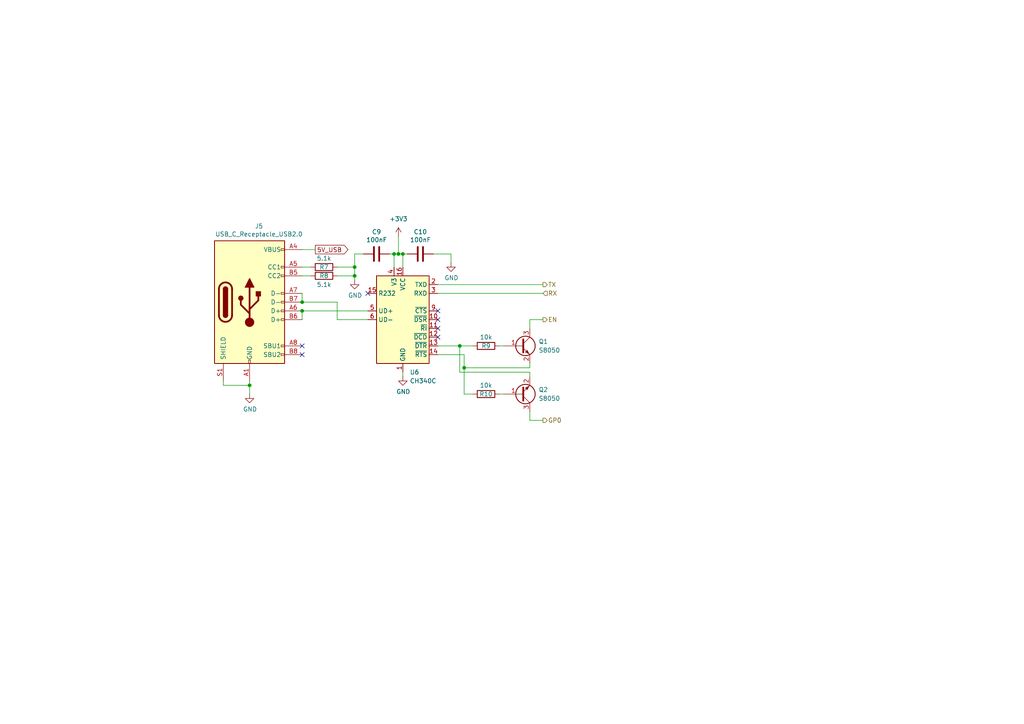
<source format=kicad_sch>
(kicad_sch (version 20211123) (generator eeschema)
  (paper "A4")
  (lib_symbols
    (symbol "Connector:USB_C_Receptacle_USB2.0" (pin_names (offset 1.016))
      (property "Reference" "J" (at -10.16 19.05 0))
      (property "Value" "USB_C_Receptacle_USB2.0" (at 19.05 19.05 0))
      (symbol "USB_C_Receptacle_USB2.0_0_0"
        (rectangle (start -0.254 -17.78) (end 0.254 -16.764))
        (rectangle (start 10.16 -14.986) (end 9.144 -15.494))
        (rectangle (start 10.16 -12.446) (end 9.144 -12.954))
        (rectangle (start 10.16 -4.826) (end 9.144 -5.334))
        (rectangle (start 10.16 -2.286) (end 9.144 -2.794))
        (rectangle (start 10.16 0.254) (end 9.144 -0.254))
        (rectangle (start 10.16 2.794) (end 9.144 2.286))
        (rectangle (start 10.16 7.874) (end 9.144 7.366))
        (rectangle (start 10.16 10.414) (end 9.144 9.906))
        (rectangle (start 10.16 15.494) (end 9.144 14.986))
      )
      (symbol "USB_C_Receptacle_USB2.0_0_1"
        (rectangle (start -10.16 17.78) (end 10.16 -17.78) (stroke (width 0.254)) (fill (type background)))
        (arc (start -8.89 -3.81) (mid -6.985 -5.715) (end -5.08 -3.81) (stroke (width 0.508)))
        (arc (start -7.62 -3.81) (mid -6.985 -4.445) (end -6.35 -3.81) (stroke (width 0.254)))
        (arc (start -7.62 -3.81) (mid -6.985 -4.445) (end -6.35 -3.81) (stroke (width 0.254)) (fill (type outline)))
        (rectangle (start -7.62 -3.81) (end -6.35 3.81) (stroke (width 0.254)) (fill (type outline)))
        (arc (start -6.35 3.81) (mid -6.985 4.445) (end -7.62 3.81) (stroke (width 0.254)))
        (arc (start -6.35 3.81) (mid -6.985 4.445) (end -7.62 3.81) (stroke (width 0.254)) (fill (type outline)))
        (arc (start -5.08 3.81) (mid -6.985 5.715) (end -8.89 3.81) (stroke (width 0.508)))
        (circle (center -2.54 1.143) (radius 0.635) (stroke (width 0.254)) (fill (type outline)))
        (circle (center 0 -5.842) (radius 1.27) (fill (type outline)))
        (polyline (pts (xy -8.89 -3.81) (xy -8.89 3.81)) (stroke (width 0.508)))
        (polyline (pts (xy -5.08 3.81) (xy -5.08 -3.81)) (stroke (width 0.508)))
        (polyline (pts (xy 0 -5.842) (xy 0 4.318)) (stroke (width 0.508)))
        (polyline (pts (xy 0 -3.302) (xy -2.54 -0.762) (xy -2.54 0.508)) (stroke (width 0.508)))
        (polyline (pts (xy 0 -2.032) (xy 2.54 0.508) (xy 2.54 1.778)) (stroke (width 0.508)))
        (polyline (pts (xy -1.27 4.318) (xy 0 6.858) (xy 1.27 4.318) (xy -1.27 4.318)) (stroke (width 0.254)) (fill (type outline)))
        (rectangle (start 1.905 1.778) (end 3.175 3.048) (stroke (width 0.254)) (fill (type outline)))
      )
      (symbol "USB_C_Receptacle_USB2.0_1_1"
        (pin passive line (at 0 -22.86 90) (length 5.08) (name "GND") (number "A1"))
        (pin passive line (at 0 -22.86 90) (length 5.08) hide (name "GND") (number "A12"))
        (pin passive line (at 15.24 15.24 180) (length 5.08) (name "VBUS") (number "A4"))
        (pin bidirectional line (at 15.24 10.16 180) (length 5.08) (name "CC1") (number "A5"))
        (pin bidirectional line (at 15.24 -2.54 180) (length 5.08) (name "D+") (number "A6"))
        (pin bidirectional line (at 15.24 2.54 180) (length 5.08) (name "D-") (number "A7"))
        (pin bidirectional line (at 15.24 -12.7 180) (length 5.08) (name "SBU1") (number "A8"))
        (pin passive line (at 15.24 15.24 180) (length 5.08) hide (name "VBUS") (number "A9"))
        (pin passive line (at 0 -22.86 90) (length 5.08) hide (name "GND") (number "B1"))
        (pin passive line (at 0 -22.86 90) (length 5.08) hide (name "GND") (number "B12"))
        (pin passive line (at 15.24 15.24 180) (length 5.08) hide (name "VBUS") (number "B4"))
        (pin bidirectional line (at 15.24 7.62 180) (length 5.08) (name "CC2") (number "B5"))
        (pin bidirectional line (at 15.24 -5.08 180) (length 5.08) (name "D+") (number "B6"))
        (pin bidirectional line (at 15.24 0 180) (length 5.08) (name "D-") (number "B7"))
        (pin bidirectional line (at 15.24 -15.24 180) (length 5.08) (name "SBU2") (number "B8"))
        (pin passive line (at 15.24 15.24 180) (length 5.08) hide (name "VBUS") (number "B9"))
        (pin passive line (at -7.62 -22.86 90) (length 5.08) (name "SHIELD") (number "S1"))
      )
    )
    (symbol "Device:C" (pin_numbers hide) (pin_names (offset 0.254))
      (property "Reference" "C" (at 0.635 2.54 0))
      (property "Value" "C" (at 0.635 -2.54 0))
      (symbol "C_0_1"
        (polyline (pts (xy -2.032 -0.762) (xy 2.032 -0.762)) (stroke (width 0.508)))
        (polyline (pts (xy -2.032 0.762) (xy 2.032 0.762)) (stroke (width 0.508)))
      )
      (symbol "C_1_1"
        (pin passive line (at 0 3.81 270) (length 2.794) (name "~") (number "1"))
        (pin passive line (at 0 -3.81 90) (length 2.794) (name "~") (number "2"))
      )
    )
    (symbol "Device:Q_NPN_BEC" (pin_names (offset 0) hide)
      (property "Reference" "Q" (at 5.08 1.27 0))
      (property "Value" "Q_NPN_BEC" (at 5.08 -1.27 0))
      (symbol "Q_NPN_BEC_0_1"
        (polyline (pts (xy 0.635 0.635) (xy 2.54 2.54)))
        (polyline (pts (xy 0.635 -0.635) (xy 2.54 -2.54) (xy 2.54 -2.54)))
        (polyline (pts (xy 0.635 1.905) (xy 0.635 -1.905) (xy 0.635 -1.905)) (stroke (width 0.508)))
        (polyline (pts (xy 1.27 -1.778) (xy 1.778 -1.27) (xy 2.286 -2.286) (xy 1.27 -1.778) (xy 1.27 -1.778)) (fill (type outline)))
        (circle (center 1.27 0) (radius 2.8194) (stroke (width 0.254)))
      )
      (symbol "Q_NPN_BEC_1_1"
        (pin input line (at -5.08 0 0) (length 5.715) (name "B") (number "1"))
        (pin passive line (at 2.54 -5.08 90) (length 2.54) (name "E") (number "2"))
        (pin passive line (at 2.54 5.08 270) (length 2.54) (name "C") (number "3"))
      )
    )
    (symbol "Device:R" (pin_numbers hide) (pin_names (offset 0))
      (property "Reference" "R" (at 2.032 0 90))
      (property "Value" "R" (at 0 0 90))
      (symbol "R_0_1"
        (rectangle (start -1.016 -2.54) (end 1.016 2.54) (stroke (width 0.254)))
      )
      (symbol "R_1_1"
        (pin passive line (at 0 3.81 270) (length 1.27) (name "~") (number "1"))
        (pin passive line (at 0 -3.81 90) (length 1.27) (name "~") (number "2"))
      )
    )
    (symbol "Interface_USB:CH340C"
      (property "Reference" "U" (at -5.08 13.97 0))
      (property "Value" "CH340C" (at 1.27 13.97 0))
      (symbol "CH340C_0_1"
        (rectangle (start -7.62 12.7) (end 7.62 -12.7) (stroke (width 0.254)) (fill (type background)))
      )
      (symbol "CH340C_1_1"
        (pin power_in line (at 0 -15.24 90) (length 2.54) (name "GND") (number "1"))
        (pin input line (at 10.16 0 180) (length 2.54) (name "~{DSR}") (number "10"))
        (pin input line (at 10.16 -2.54 180) (length 2.54) (name "~{RI}") (number "11"))
        (pin input line (at 10.16 -5.08 180) (length 2.54) (name "~{DCD}") (number "12"))
        (pin output line (at 10.16 -7.62 180) (length 2.54) (name "~{DTR}") (number "13"))
        (pin output line (at 10.16 -10.16 180) (length 2.54) (name "~{RTS}") (number "14"))
        (pin input line (at -10.16 7.62 0) (length 2.54) (name "R232") (number "15"))
        (pin power_in line (at 0 15.24 270) (length 2.54) (name "VCC") (number "16"))
        (pin output line (at 10.16 10.16 180) (length 2.54) (name "TXD") (number "2"))
        (pin input line (at 10.16 7.62 180) (length 2.54) (name "RXD") (number "3"))
        (pin passive line (at -2.54 15.24 270) (length 2.54) (name "V3") (number "4"))
        (pin bidirectional line (at -10.16 2.54 0) (length 2.54) (name "UD+") (number "5"))
        (pin bidirectional line (at -10.16 0 0) (length 2.54) (name "UD-") (number "6"))
        (pin no_connect line (at -7.62 -7.62 0) (length 2.54) hide (name "NC") (number "7"))
        (pin no_connect line (at -7.62 -10.16 0) (length 2.54) hide (name "NC") (number "8"))
        (pin input line (at 10.16 2.54 180) (length 2.54) (name "~{CTS}") (number "9"))
      )
    )
    (symbol "power:+3.3V" (power) (pin_names (offset 0))
      (property "Value" "+3.3V" (at 0 3.556 0))
      (symbol "+3.3V_0_1"
        (polyline (pts (xy -0.762 1.27) (xy 0 2.54)))
        (polyline (pts (xy 0 0) (xy 0 2.54)))
        (polyline (pts (xy 0 2.54) (xy 0.762 1.27)))
      )
      (symbol "+3.3V_1_1"
        (pin power_in line (at 0 0 90) (length 0) hide (name "+3V3") (number "1"))
      )
    )
    (symbol "power:GND" (power) (pin_names (offset 0))
      (property "Value" "GND" (at 0 -3.81 0))
      (symbol "GND_0_1"
        (polyline (pts (xy 0 0) (xy 0 -1.27) (xy 1.27 -1.27) (xy 0 -2.54) (xy -1.27 -1.27) (xy 0 -1.27)))
      )
      (symbol "GND_1_1"
        (pin power_in line (at 0 0 270) (length 0) hide (name "GND") (number "1"))
      )
    )
  )
  (junction (at 133.35 100.33))
  (junction (at 87.63 87.63))
  (junction (at 102.87 80.01))
  (junction (at 134.62 106.68))
  (junction (at 87.63 90.17))
  (junction (at 114.3 73.66))
  (junction (at 102.87 77.47))
  (junction (at 116.84 73.66))
  (junction (at 115.57 73.66))
  (junction (at 72.39 111.76))
  (no_connect (at 106.68 85.09))
  (no_connect (at 127 95.25))
  (no_connect (at 127 90.17))
  (no_connect (at 127 92.71))
  (no_connect (at 127 97.79))
  (no_connect (at 87.63 100.33))
  (no_connect (at 87.63 102.87))
  (wire (pts (xy 64.77 110.49) (xy 64.77 111.76)))
  (wire (pts (xy 116.84 107.95) (xy 116.84 109.22)))
  (wire (pts (xy 97.79 77.47) (xy 102.87 77.47)))
  (wire (pts (xy 134.62 106.68) (xy 134.62 114.3)))
  (wire (pts (xy 130.81 73.66) (xy 130.81 76.2)))
  (wire (pts (xy 87.63 87.63) (xy 97.79 87.63)))
  (wire (pts (xy 157.48 92.71) (xy 153.67 92.71)))
  (wire (pts (xy 87.63 85.09) (xy 87.63 87.63)))
  (wire (pts (xy 87.63 90.17) (xy 87.63 92.71)))
  (wire (pts (xy 146.05 114.3) (xy 144.78 114.3)))
  (wire (pts (xy 127 102.87) (xy 134.62 102.87)))
  (wire (pts (xy 134.62 102.87) (xy 134.62 106.68)))
  (wire (pts (xy 153.67 106.68) (xy 134.62 106.68)))
  (wire (pts (xy 72.39 111.76) (xy 72.39 110.49)))
  (wire (pts (xy 102.87 73.66) (xy 102.87 77.47)))
  (wire (pts (xy 133.35 107.95) (xy 153.67 107.95)))
  (wire (pts (xy 115.57 73.66) (xy 116.84 73.66)))
  (wire (pts (xy 127 82.55) (xy 157.48 82.55)))
  (wire (pts (xy 114.3 73.66) (xy 114.3 77.47)))
  (wire (pts (xy 64.77 111.76) (xy 72.39 111.76)))
  (wire (pts (xy 157.48 121.92) (xy 153.67 121.92)))
  (wire (pts (xy 97.79 87.63) (xy 97.79 92.71)))
  (wire (pts (xy 116.84 77.47) (xy 116.84 73.66)))
  (wire (pts (xy 127 85.09) (xy 157.48 85.09)))
  (wire (pts (xy 153.67 92.71) (xy 153.67 95.25)))
  (wire (pts (xy 118.11 73.66) (xy 116.84 73.66)))
  (wire (pts (xy 87.63 80.01) (xy 90.17 80.01)))
  (wire (pts (xy 97.79 92.71) (xy 106.68 92.71)))
  (wire (pts (xy 87.63 77.47) (xy 90.17 77.47)))
  (wire (pts (xy 133.35 100.33) (xy 137.16 100.33)))
  (wire (pts (xy 105.41 73.66) (xy 102.87 73.66)))
  (wire (pts (xy 87.63 72.39) (xy 91.44 72.39)))
  (wire (pts (xy 125.73 73.66) (xy 130.81 73.66)))
  (wire (pts (xy 102.87 80.01) (xy 102.87 81.28)))
  (wire (pts (xy 102.87 80.01) (xy 97.79 80.01)))
  (wire (pts (xy 153.67 109.22) (xy 153.67 107.95)))
  (wire (pts (xy 72.39 111.76) (xy 72.39 114.3)))
  (wire (pts (xy 127 100.33) (xy 133.35 100.33)))
  (wire (pts (xy 102.87 77.47) (xy 102.87 80.01)))
  (wire (pts (xy 134.62 114.3) (xy 137.16 114.3)))
  (wire (pts (xy 153.67 105.41) (xy 153.67 106.68)))
  (wire (pts (xy 115.57 68.58) (xy 115.57 73.66)))
  (wire (pts (xy 114.3 73.66) (xy 115.57 73.66)))
  (wire (pts (xy 113.03 73.66) (xy 114.3 73.66)))
  (wire (pts (xy 153.67 119.38) (xy 153.67 121.92)))
  (wire (pts (xy 146.05 100.33) (xy 144.78 100.33)))
  (wire (pts (xy 133.35 107.95) (xy 133.35 100.33)))
  (wire (pts (xy 106.68 90.17) (xy 87.63 90.17)))
  (global_label "5V_USB" (shape output) (at 91.44 72.39 0) (property "Intersheet References" "${INTERSHEET_REFS}" (effects hide)))
  (hierarchical_label "RX" (shape input) (at 157.48 85.09 0))
  (hierarchical_label "GP0" (shape output) (at 157.48 121.92 0))
  (hierarchical_label "TX" (shape output) (at 157.48 82.55 0))
  (hierarchical_label "EN" (shape output) (at 157.48 92.71 0))
  (symbol (lib_id "Connector:USB_C_Receptacle_USB2.0") (at 72.39 87.63 0) (unit 1)
    (property "Reference" "J5" (at 75.1078 65.6082 0))
    (property "Value" "USB_C_Receptacle_USB2.0" (at 75.1078 67.9196 0))
    (property "Footprint" "Connector_USB:USB_C_Receptacle_HRO_TYPE-C-31-M-12" (effects hide))
    (property "Datasheet" "https://www.usb.org/sites/default/files/documents/usb_type-c.zip" (effects hide))
    (property "LCSC" "C165948" (effects hide))
  )
  (symbol (lib_id "Device:R") (at 93.98 77.47 270) (unit 1)
    (property "Reference" "R7" (at 93.98 77.47 90))
    (property "Value" "5.1k" (at 93.98 74.93 90))
    (property "Footprint" "Resistor_SMD:R_0603_1608Metric" (effects hide))
    (property "LCSC" "C23186" (effects hide))
  )
  (symbol (lib_id "Device:R") (at 93.98 80.01 270) (unit 1)
    (property "Reference" "R8" (at 93.98 80.01 90))
    (property "Value" "5.1k" (at 93.98 82.55 90))
    (property "Footprint" "Resistor_SMD:R_0603_1608Metric" (effects hide))
    (property "LCSC" "C23186" (effects hide))
  )
  (symbol (lib_id "power:GND") (at 72.39 114.3 0) (unit 1)
    (property "Reference" "#PWR0124" (effects hide))
    (property "Value" "GND" (at 72.517 118.6942 0))
  )
  (symbol (lib_id "power:GND") (at 116.84 109.22 0) (unit 1)
    (property "Reference" "#PWR0122" (effects hide))
    (property "Value" "GND" (at 116.967 113.6142 0))
  )
  (symbol (lib_id "power:GND") (at 102.87 81.28 0) (unit 1)
    (property "Reference" "#PWR0120" (effects hide))
    (property "Value" "GND" (at 102.997 85.6742 0))
  )
  (symbol (lib_id "Device:C") (at 109.22 73.66 270) (unit 1)
    (property "Reference" "C9" (at 109.22 67.2592 90))
    (property "Value" "100nF" (at 109.22 69.5706 90))
    (property "Footprint" "Capacitor_SMD:C_0603_1608Metric" (effects hide))
    (property "LCSC" "C14663" (effects hide))
  )
  (symbol (lib_id "Device:C") (at 121.92 73.66 270) (unit 1)
    (property "Reference" "C10" (at 121.92 67.2592 90))
    (property "Value" "100nF" (at 121.92 69.5706 90))
    (property "Footprint" "Capacitor_SMD:C_0603_1608Metric" (effects hide))
    (property "LCSC" "C14663" (effects hide))
  )
  (symbol (lib_id "power:GND") (at 130.81 76.2 0) (unit 1)
    (property "Reference" "#PWR0123" (effects hide))
    (property "Value" "GND" (at 130.937 80.5942 0))
  )
  (symbol (lib_id "Device:R") (at 140.97 100.33 90) (unit 1)
    (property "Reference" "R9" (at 140.97 100.33 90))
    (property "Value" "10k" (at 140.97 97.79 90))
    (property "Footprint" "Resistor_SMD:R_0603_1608Metric" (effects hide))
    (property "LCSC" "C25804" (effects hide))
  )
  (symbol (lib_id "Device:R") (at 140.97 114.3 90) (unit 1)
    (property "Reference" "R10" (at 140.97 114.3 90))
    (property "Value" "10k" (at 140.97 111.76 90))
    (property "Footprint" "Resistor_SMD:R_0603_1608Metric" (effects hide))
    (property "LCSC" "C25804" (effects hide))
  )
  (symbol (lib_id "power:+3.3V") (at 115.57 68.58 0) (unit 1)
    (property "Reference" "#PWR0147" (effects hide))
    (property "Value" "+3.3V" (at 115.57 63.5 0))
  )
  (symbol (lib_id "Device:Q_NPN_BEC") (at 151.13 100.33 0) (unit 1)
    (property "Reference" "Q1" (at 156.21 99.0599 0) (effects (justify left)))
    (property "Value" "S8050" (at 156.21 101.5999 0) (effects (justify left)))
    (property "Footprint" "Package_TO_SOT_SMD:SOT-23" (effects hide))
    (property "LCSC" "C2146" (effects hide))
    (property "JLCPCB_CORRECTION" "0; 0; 180" (effects hide))
  )
  (symbol (lib_id "Interface_USB:CH340C") (at 116.84 92.71 0) (unit 1)
    (property "Reference" "U6" (at 118.8594 107.95 0) (effects (justify left)))
    (property "Value" "CH340C" (at 118.8594 110.49 0) (effects (justify left)))
    (property "Footprint" "Package_SO:SOIC-16_3.9x9.9mm_P1.27mm" (effects hide))
    (property "Datasheet" "https://datasheet.lcsc.com/szlcsc/Jiangsu-Qin-Heng-CH340C_C84681.pdf" (effects hide))
    (property "LCSC" "C84681" (effects hide))
    (property "JLCPCB_CORRECTION" "0; 0; 270" (effects hide))
  )
  (symbol (lib_id "Device:Q_NPN_BEC") (at 151.13 114.3 0) (mirror x) (unit 1)
    (property "Reference" "Q2" (at 156.21 113.0299 0) (effects (justify left)))
    (property "Value" "S8050" (at 156.21 115.5699 0) (effects (justify left)))
    (property "Footprint" "Package_TO_SOT_SMD:SOT-23" (effects hide))
    (property "LCSC" "C2146" (effects hide))
    (property "JLCPCB_CORRECTION" "0; 0; 180" (effects hide))
  )
)
</source>
